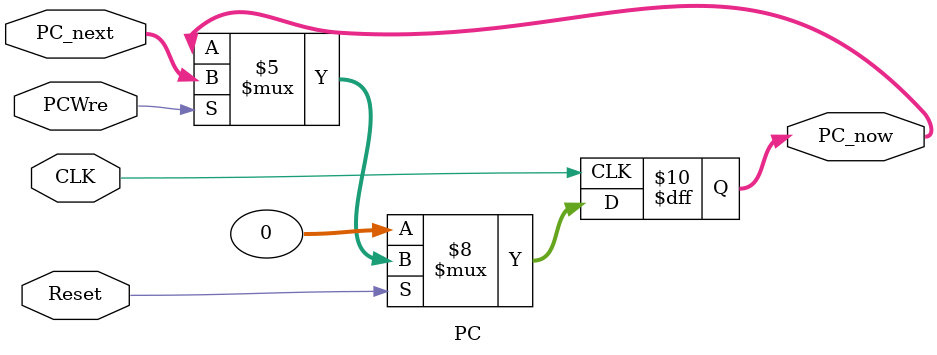
<source format=v>
`timescale 1ns / 1ps


module PC(
    input CLK,
    input Reset,
    input PCWre,
    input [31:0] PC_next,
    output reg [31:0] PC_now
    );
    always@(negedge CLK)
        begin
            if(Reset == 0)
                begin
                    PC_now <= 0;
                end
            else
                begin
                    if(PCWre != 0)
                        begin
                              PC_now <= PC_next;
                        end     
                end
        end
    initial
        begin
            PC_now = 0;
        end
endmodule

</source>
